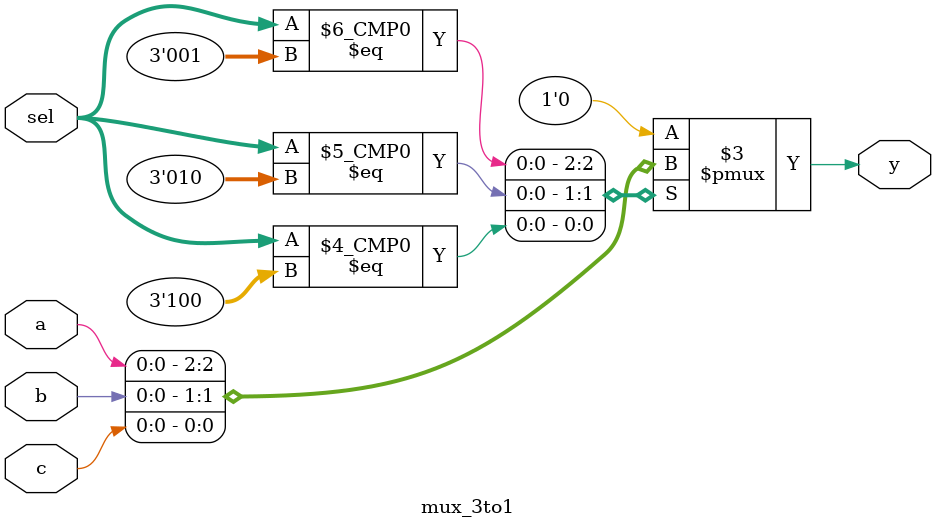
<source format=sv>
module mux_3to1 (
    input  logic [2:0] sel,  // 3-bit select signal
    input  logic a,          // Input 0
    input  logic b,          // Input 1
    input  logic c,          // Input 2
    output logic y           // Output
);
    always_comb begin
        case (sel)
            3'b001: y = a;  // Select input a
            3'b010: y = b;  // Select input b
            3'b100: y = c;  // Select input c
            default: y = 1'b0; // Default case
        endcase
    end
endmodule

</source>
